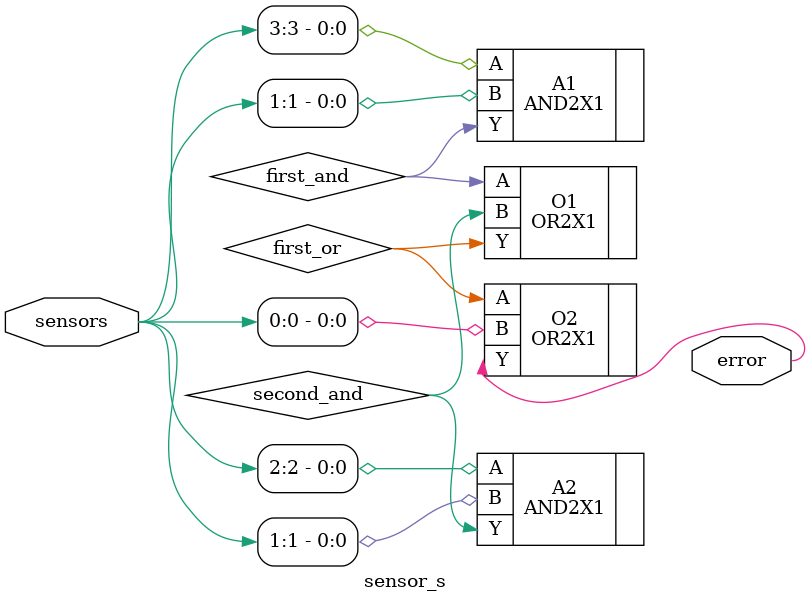
<source format=sv>

module sensor_s
(
	input wire[3:0] sensors,
	output wire error
);

	wire first_and;
	wire second_and;
	wire first_or;

	AND2X1 A1 (.Y(first_and), .A(sensors[3]), .B(sensors[1]));
	AND2X1 A2 (.Y(second_and), .A(sensors[2]), .B(sensors[1]));
	OR2X1  O1 (.Y(first_or), .A(first_and), .B(second_and));
	OR2X1  O2 (.Y(error), .A(first_or), .B(sensors[0]));

endmodule

</source>
